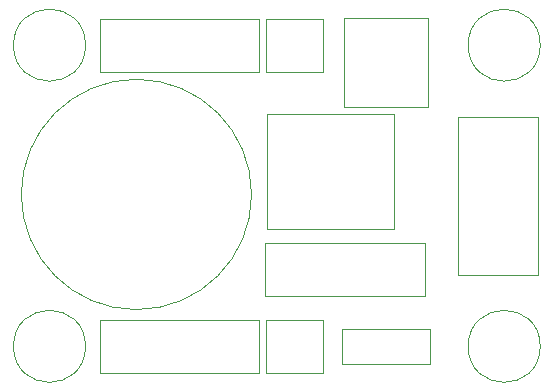
<source format=gbr>
G04 #@! TF.GenerationSoftware,KiCad,Pcbnew,5.1.10-88a1d61d58~90~ubuntu20.04.1*
G04 #@! TF.CreationDate,2022-01-16T12:27:32+00:00*
G04 #@! TF.ProjectId,gas_sensor,6761735f-7365-46e7-936f-722e6b696361,rev?*
G04 #@! TF.SameCoordinates,Original*
G04 #@! TF.FileFunction,Other,User*
%FSLAX46Y46*%
G04 Gerber Fmt 4.6, Leading zero omitted, Abs format (unit mm)*
G04 Created by KiCad (PCBNEW 5.1.10-88a1d61d58~90~ubuntu20.04.1) date 2022-01-16 12:27:32*
%MOMM*%
%LPD*%
G01*
G04 APERTURE LIST*
%ADD10C,0.050000*%
G04 APERTURE END LIST*
D10*
X169050000Y-90500000D02*
G75*
G03*
X169050000Y-90500000I-3050000J0D01*
G01*
X169050000Y-116000000D02*
G75*
G03*
X169050000Y-116000000I-3050000J0D01*
G01*
X130550000Y-90500000D02*
G75*
G03*
X130550000Y-90500000I-3050000J0D01*
G01*
X130550000Y-116000000D02*
G75*
G03*
X130550000Y-116000000I-3050000J0D01*
G01*
X144610000Y-103140000D02*
G75*
G03*
X144610000Y-103140000I-9750000J0D01*
G01*
X145950000Y-106100000D02*
X156650000Y-106100000D01*
X156650000Y-106100000D02*
X156650000Y-96300000D01*
X156650000Y-96300000D02*
X145950000Y-96300000D01*
X145950000Y-96300000D02*
X145950000Y-106100000D01*
X152450000Y-95720000D02*
X152450000Y-88220000D01*
X159550000Y-95720000D02*
X152450000Y-95720000D01*
X159550000Y-88220000D02*
X159550000Y-95720000D01*
X152450000Y-88220000D02*
X159550000Y-88220000D01*
X145250000Y-88250000D02*
X131750000Y-88250000D01*
X145250000Y-92750000D02*
X145250000Y-88250000D01*
X131750000Y-92750000D02*
X145250000Y-92750000D01*
X131750000Y-88250000D02*
X131750000Y-92750000D01*
X131750000Y-113750000D02*
X131750000Y-118250000D01*
X131750000Y-118250000D02*
X145250000Y-118250000D01*
X145250000Y-118250000D02*
X145250000Y-113750000D01*
X145250000Y-113750000D02*
X131750000Y-113750000D01*
X159250000Y-107250000D02*
X145750000Y-107250000D01*
X159250000Y-111750000D02*
X159250000Y-107250000D01*
X145750000Y-111750000D02*
X159250000Y-111750000D01*
X145750000Y-107250000D02*
X145750000Y-111750000D01*
X168850000Y-96550000D02*
X162100000Y-96550000D01*
X162100000Y-96550000D02*
X162100000Y-109950000D01*
X162100000Y-109950000D02*
X168850000Y-109950000D01*
X168850000Y-109950000D02*
X168850000Y-96550000D01*
X145800000Y-92750000D02*
X150650000Y-92750000D01*
X145800000Y-88250000D02*
X145800000Y-92750000D01*
X150650000Y-88250000D02*
X145800000Y-88250000D01*
X150650000Y-92750000D02*
X150650000Y-88250000D01*
X150650000Y-118250000D02*
X150650000Y-113750000D01*
X150650000Y-113750000D02*
X145800000Y-113750000D01*
X145800000Y-113750000D02*
X145800000Y-118250000D01*
X145800000Y-118250000D02*
X150650000Y-118250000D01*
X152250000Y-114500000D02*
X152250000Y-117500000D01*
X152250000Y-117500000D02*
X159750000Y-117500000D01*
X159750000Y-117500000D02*
X159750000Y-114500000D01*
X159750000Y-114500000D02*
X152250000Y-114500000D01*
M02*

</source>
